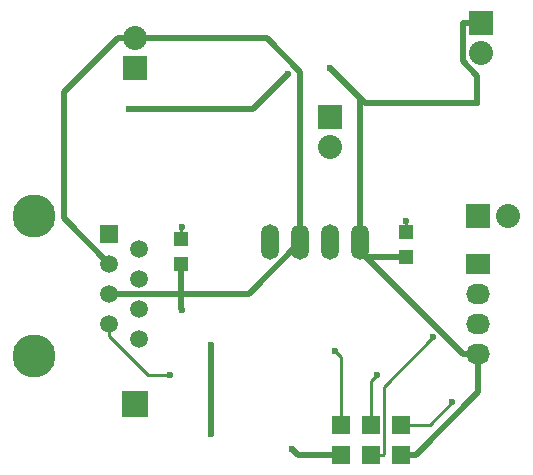
<source format=gbl>
G04 #@! TF.FileFunction,Copper,L2,Bot,Signal*
%FSLAX46Y46*%
G04 Gerber Fmt 4.6, Leading zero omitted, Abs format (unit mm)*
G04 Created by KiCad (PCBNEW 4.0.0-stable) date 2015 December 06, Sunday 20:59:24*
%MOMM*%
G01*
G04 APERTURE LIST*
%ADD10C,0.100000*%
%ADD11C,3.649980*%
%ADD12R,1.501140X1.501140*%
%ADD13C,1.501140*%
%ADD14R,2.032000X2.032000*%
%ADD15O,2.032000X2.032000*%
%ADD16R,2.032000X1.727200*%
%ADD17O,2.032000X1.727200*%
%ADD18R,2.235200X2.235200*%
%ADD19O,1.501140X2.999740*%
%ADD20R,1.198880X1.198880*%
%ADD21R,1.524000X1.524000*%
%ADD22C,0.600000*%
%ADD23C,0.500000*%
%ADD24C,0.250000*%
G04 APERTURE END LIST*
D10*
D11*
X127000000Y-119438520D03*
X127000000Y-107569100D03*
D12*
X133350000Y-109055000D03*
D13*
X135890000Y-110325000D03*
X133350000Y-111595000D03*
X135890000Y-112865000D03*
X133350000Y-114135000D03*
X135890000Y-115405000D03*
X133350000Y-116675000D03*
X135890000Y-117945000D03*
D14*
X152000000Y-99200000D03*
D15*
X152000000Y-101740000D03*
D14*
X164600000Y-107600000D03*
D15*
X167140000Y-107600000D03*
D14*
X135500000Y-95000000D03*
D15*
X135500000Y-92460000D03*
D16*
X164600000Y-111600000D03*
D17*
X164600000Y-114140000D03*
X164600000Y-116680000D03*
X164600000Y-119220000D03*
D14*
X164800000Y-91200000D03*
D15*
X164800000Y-93740000D03*
D18*
X135500000Y-123500000D03*
D19*
X154600000Y-109800000D03*
X152060000Y-109800000D03*
X149520000Y-109800000D03*
X146980000Y-109800000D03*
D20*
X158500000Y-108950980D03*
X158500000Y-111049020D03*
X139400000Y-109550980D03*
X139400000Y-111649020D03*
D21*
X152960000Y-125230000D03*
X152960000Y-127770000D03*
X155500000Y-125230000D03*
X155500000Y-127770000D03*
X158040000Y-125230000D03*
X158040000Y-127770000D03*
D22*
X142000000Y-126000000D03*
X142000000Y-118500000D03*
X139500000Y-115500000D03*
X141000000Y-92500000D03*
X162392365Y-123317365D03*
X152000000Y-95000000D03*
X164500000Y-98000000D03*
X148799988Y-127274989D03*
X160753458Y-117834142D03*
X138500000Y-121000000D03*
X135000000Y-98500000D03*
X148500000Y-95500000D03*
X158500000Y-108000000D03*
X139500000Y-108500000D03*
X152500000Y-119000000D03*
X156000000Y-121000000D03*
D23*
X142000000Y-118500000D02*
X142000000Y-126000000D01*
X139500000Y-115500000D02*
X139400000Y-115400000D01*
X139400000Y-115400000D02*
X139400000Y-114135000D01*
X139400000Y-111649020D02*
X139400000Y-114135000D01*
X139500000Y-114000000D02*
X139500000Y-114135000D01*
X139500000Y-114035000D02*
X139500000Y-114000000D01*
X139400000Y-114135000D02*
X139500000Y-114035000D01*
X149520000Y-109800000D02*
X149520000Y-95335998D01*
X149520000Y-95335998D02*
X146684002Y-92500000D01*
X146684002Y-92500000D02*
X141424264Y-92500000D01*
X141424264Y-92500000D02*
X141000000Y-92500000D01*
X135500000Y-92460000D02*
X140960000Y-92460000D01*
X140960000Y-92460000D02*
X141000000Y-92500000D01*
X133350000Y-111595000D02*
X129500000Y-107745000D01*
X129500000Y-107745000D02*
X129500000Y-97023160D01*
X129500000Y-97023160D02*
X134063160Y-92460000D01*
X134063160Y-92460000D02*
X135500000Y-92460000D01*
X149520000Y-109800000D02*
X149520000Y-109050700D01*
X149520000Y-109800000D02*
X149497887Y-109800000D01*
X149497887Y-109800000D02*
X145162887Y-114135000D01*
X145162887Y-114135000D02*
X139500000Y-114135000D01*
X139500000Y-114135000D02*
X134411466Y-114135000D01*
X134411466Y-114135000D02*
X133350000Y-114135000D01*
D24*
X158040000Y-125230000D02*
X160479730Y-125230000D01*
X160479730Y-125230000D02*
X162392365Y-123317365D01*
D23*
X158500000Y-111049020D02*
X155099720Y-111049020D01*
X155099720Y-111049020D02*
X155050700Y-111000000D01*
X155050700Y-111000000D02*
X155000000Y-111000000D01*
X155000000Y-111000000D02*
X154600000Y-109800000D01*
X158040000Y-127770000D02*
X159302000Y-127770000D01*
X159302000Y-127770000D02*
X164600000Y-122472000D01*
X164600000Y-122472000D02*
X164600000Y-120583600D01*
X164600000Y-120583600D02*
X164600000Y-119220000D01*
X154600000Y-109800000D02*
X154600000Y-110549300D01*
X154600000Y-110549300D02*
X163270700Y-119220000D01*
X163270700Y-119220000D02*
X164600000Y-119220000D01*
X152000000Y-95000000D02*
X154600000Y-97600000D01*
X154600000Y-97600000D02*
X154600000Y-109800000D01*
X164500000Y-98000000D02*
X155000000Y-98000000D01*
X155000000Y-98000000D02*
X152000000Y-95000000D01*
X164500000Y-98000000D02*
X164500000Y-95683682D01*
X164500000Y-95683682D02*
X163283999Y-94467681D01*
X163284000Y-91200000D02*
X164800000Y-91200000D01*
X163283999Y-94467681D02*
X163284000Y-91200000D01*
X152960000Y-127770000D02*
X149294999Y-127770000D01*
X149294999Y-127770000D02*
X148799988Y-127274989D01*
D24*
X155500000Y-127770000D02*
X156512000Y-127770000D01*
X156512000Y-127770000D02*
X156587001Y-127694999D01*
X156587001Y-127694999D02*
X156587001Y-122000599D01*
X156587001Y-122000599D02*
X160753458Y-117834142D01*
X138500000Y-121000000D02*
X136613534Y-121000000D01*
X136613534Y-121000000D02*
X133350000Y-117736466D01*
X133350000Y-117736466D02*
X133350000Y-116675000D01*
D23*
X148500000Y-95500000D02*
X145500000Y-98500000D01*
X145500000Y-98500000D02*
X135000000Y-98500000D01*
D24*
X158500000Y-108950980D02*
X158500000Y-108000000D01*
X139400000Y-109550980D02*
X139400000Y-108600000D01*
X139400000Y-108600000D02*
X139500000Y-108500000D01*
X152500000Y-119000000D02*
X152960000Y-119460000D01*
X152960000Y-119460000D02*
X152960000Y-125230000D01*
X155500000Y-125230000D02*
X155500000Y-121500000D01*
X155500000Y-121500000D02*
X156000000Y-121000000D01*
M02*

</source>
